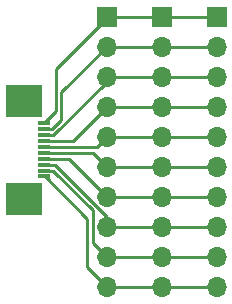
<source format=gbr>
%TF.GenerationSoftware,KiCad,Pcbnew,5.1.6*%
%TF.CreationDate,2020-07-17T22:30:16+02:00*%
%TF.ProjectId,FPC10_Adapterboard,46504331-305f-4416-9461-70746572626f,rev?*%
%TF.SameCoordinates,Original*%
%TF.FileFunction,Copper,L1,Top*%
%TF.FilePolarity,Positive*%
%FSLAX46Y46*%
G04 Gerber Fmt 4.6, Leading zero omitted, Abs format (unit mm)*
G04 Created by KiCad (PCBNEW 5.1.6) date 2020-07-17 22:30:16*
%MOMM*%
%LPD*%
G01*
G04 APERTURE LIST*
%TA.AperFunction,SMDPad,CuDef*%
%ADD10R,1.100000X0.300000*%
%TD*%
%TA.AperFunction,SMDPad,CuDef*%
%ADD11R,3.100000X2.700000*%
%TD*%
%TA.AperFunction,ComponentPad*%
%ADD12R,1.700000X1.700000*%
%TD*%
%TA.AperFunction,ComponentPad*%
%ADD13O,1.700000X1.700000*%
%TD*%
%TA.AperFunction,Conductor*%
%ADD14C,0.250000*%
%TD*%
G04 APERTURE END LIST*
D10*
%TO.P,J1,1*%
%TO.N,P1*%
X120191000Y-86159000D03*
%TO.P,J1,2*%
%TO.N,P2*%
X120191000Y-86659000D03*
%TO.P,J1,3*%
%TO.N,P3*%
X120191000Y-87159000D03*
%TO.P,J1,4*%
%TO.N,P4*%
X120191000Y-87659000D03*
%TO.P,J1,5*%
%TO.N,P5*%
X120191000Y-88159000D03*
%TO.P,J1,6*%
%TO.N,P6*%
X120191000Y-88659000D03*
%TO.P,J1,7*%
%TO.N,P7*%
X120191000Y-89159000D03*
%TO.P,J1,8*%
%TO.N,P8*%
X120191000Y-89659000D03*
%TO.P,J1,9*%
%TO.N,P9*%
X120191000Y-90159000D03*
%TO.P,J1,10*%
%TO.N,P10*%
X120191000Y-90659000D03*
D11*
%TO.P,J1,MP*%
%TO.N,Net-(J1-PadMP)*%
X118491000Y-84289000D03*
X118491000Y-92529000D03*
%TD*%
D12*
%TO.P,J2,1*%
%TO.N,P1*%
X125523001Y-77136001D03*
D13*
%TO.P,J2,2*%
%TO.N,P2*%
X125523001Y-79676001D03*
%TO.P,J2,3*%
%TO.N,P3*%
X125523001Y-82216001D03*
%TO.P,J2,4*%
%TO.N,P4*%
X125523001Y-84756001D03*
%TO.P,J2,5*%
%TO.N,P5*%
X125523001Y-87296001D03*
%TO.P,J2,6*%
%TO.N,P6*%
X125523001Y-89836001D03*
%TO.P,J2,7*%
%TO.N,P7*%
X125523001Y-92376001D03*
%TO.P,J2,8*%
%TO.N,P8*%
X125523001Y-94916001D03*
%TO.P,J2,9*%
%TO.N,P9*%
X125523001Y-97456001D03*
%TO.P,J2,10*%
%TO.N,P10*%
X125523001Y-99996001D03*
%TD*%
%TO.P,J3,10*%
%TO.N,P10*%
X130173001Y-99996001D03*
%TO.P,J3,9*%
%TO.N,P9*%
X130173001Y-97456001D03*
%TO.P,J3,8*%
%TO.N,P8*%
X130173001Y-94916001D03*
%TO.P,J3,7*%
%TO.N,P7*%
X130173001Y-92376001D03*
%TO.P,J3,6*%
%TO.N,P6*%
X130173001Y-89836001D03*
%TO.P,J3,5*%
%TO.N,P5*%
X130173001Y-87296001D03*
%TO.P,J3,4*%
%TO.N,P4*%
X130173001Y-84756001D03*
%TO.P,J3,3*%
%TO.N,P3*%
X130173001Y-82216001D03*
%TO.P,J3,2*%
%TO.N,P2*%
X130173001Y-79676001D03*
D12*
%TO.P,J3,1*%
%TO.N,P1*%
X130173001Y-77136001D03*
%TD*%
%TO.P,J4,1*%
%TO.N,P1*%
X134823001Y-77136001D03*
D13*
%TO.P,J4,2*%
%TO.N,P2*%
X134823001Y-79676001D03*
%TO.P,J4,3*%
%TO.N,P3*%
X134823001Y-82216001D03*
%TO.P,J4,4*%
%TO.N,P4*%
X134823001Y-84756001D03*
%TO.P,J4,5*%
%TO.N,P5*%
X134823001Y-87296001D03*
%TO.P,J4,6*%
%TO.N,P6*%
X134823001Y-89836001D03*
%TO.P,J4,7*%
%TO.N,P7*%
X134823001Y-92376001D03*
%TO.P,J4,8*%
%TO.N,P8*%
X134823001Y-94916001D03*
%TO.P,J4,9*%
%TO.N,P9*%
X134823001Y-97456001D03*
%TO.P,J4,10*%
%TO.N,P10*%
X134823001Y-99996001D03*
%TD*%
D14*
%TO.N,P1*%
X120191000Y-86159000D02*
X121215989Y-85134011D01*
X125523001Y-77284977D02*
X121215989Y-81591989D01*
X125523001Y-77136001D02*
X125523001Y-77284977D01*
X121215989Y-85134011D02*
X121215989Y-81591989D01*
X125523001Y-77136001D02*
X130173001Y-77136001D01*
X130173001Y-77136001D02*
X134823001Y-77136001D01*
%TO.N,P2*%
X121666000Y-83533002D02*
X125523001Y-79676001D01*
X121666000Y-85847590D02*
X121666000Y-83533002D01*
X120854590Y-86659000D02*
X121666000Y-85847590D01*
X120191000Y-86659000D02*
X120854590Y-86659000D01*
X125523001Y-79676001D02*
X130173001Y-79676001D01*
X130173001Y-79676001D02*
X134823001Y-79676001D01*
%TO.N,P3*%
X120991000Y-87159000D02*
X120191000Y-87159000D01*
X125523001Y-82626999D02*
X120991000Y-87159000D01*
X125523001Y-82216001D02*
X125523001Y-82626999D01*
X125523001Y-82216001D02*
X130173001Y-82216001D01*
X130173001Y-82216001D02*
X134823001Y-82216001D01*
%TO.N,P4*%
X122620002Y-87659000D02*
X125523001Y-84756001D01*
X120191000Y-87659000D02*
X122620002Y-87659000D01*
X125523001Y-84756001D02*
X130173001Y-84756001D01*
X130173001Y-84756001D02*
X134823001Y-84756001D01*
%TO.N,P5*%
X124660002Y-88159000D02*
X125523001Y-87296001D01*
X120191000Y-88159000D02*
X124660002Y-88159000D01*
X125523001Y-87296001D02*
X130173001Y-87296001D01*
X130173001Y-87296001D02*
X134823001Y-87296001D01*
%TO.N,P6*%
X124346000Y-88659000D02*
X125523001Y-89836001D01*
X120191000Y-88659000D02*
X124346000Y-88659000D01*
X125523001Y-89836001D02*
X130173001Y-89836001D01*
X130173001Y-89836001D02*
X134823001Y-89836001D01*
%TO.N,P7*%
X120191000Y-89159000D02*
X122306000Y-89159000D01*
X122306000Y-89159000D02*
X125523001Y-92376001D01*
X125523001Y-92376001D02*
X130173001Y-92376001D01*
X130173001Y-92376001D02*
X134823001Y-92376001D01*
%TO.N,P8*%
X120191000Y-89659000D02*
X121112413Y-89659000D01*
X121112413Y-89659000D02*
X125523001Y-94069588D01*
X125523001Y-94069588D02*
X125523001Y-94916001D01*
X125523001Y-94916001D02*
X130173001Y-94916001D01*
X130173001Y-94916001D02*
X134823001Y-94916001D01*
%TO.N,P9*%
X124348000Y-96281000D02*
X125523001Y-97456001D01*
X124348000Y-93530998D02*
X124348000Y-96281000D01*
X120191000Y-90159000D02*
X120215999Y-90183999D01*
X121001001Y-90183999D02*
X124348000Y-93530998D01*
X120215999Y-90183999D02*
X121001001Y-90183999D01*
X125523001Y-97456001D02*
X130173001Y-97456001D01*
X130173001Y-97456001D02*
X134823001Y-97456001D01*
%TO.N,P10*%
X120191000Y-90659000D02*
X120250000Y-90659000D01*
X120250000Y-90659000D02*
X123825000Y-94234000D01*
X123825000Y-98298000D02*
X125523001Y-99996001D01*
X123825000Y-94234000D02*
X123825000Y-98298000D01*
X125523001Y-99996001D02*
X130173001Y-99996001D01*
X130173001Y-99996001D02*
X134823001Y-99996001D01*
%TD*%
M02*

</source>
